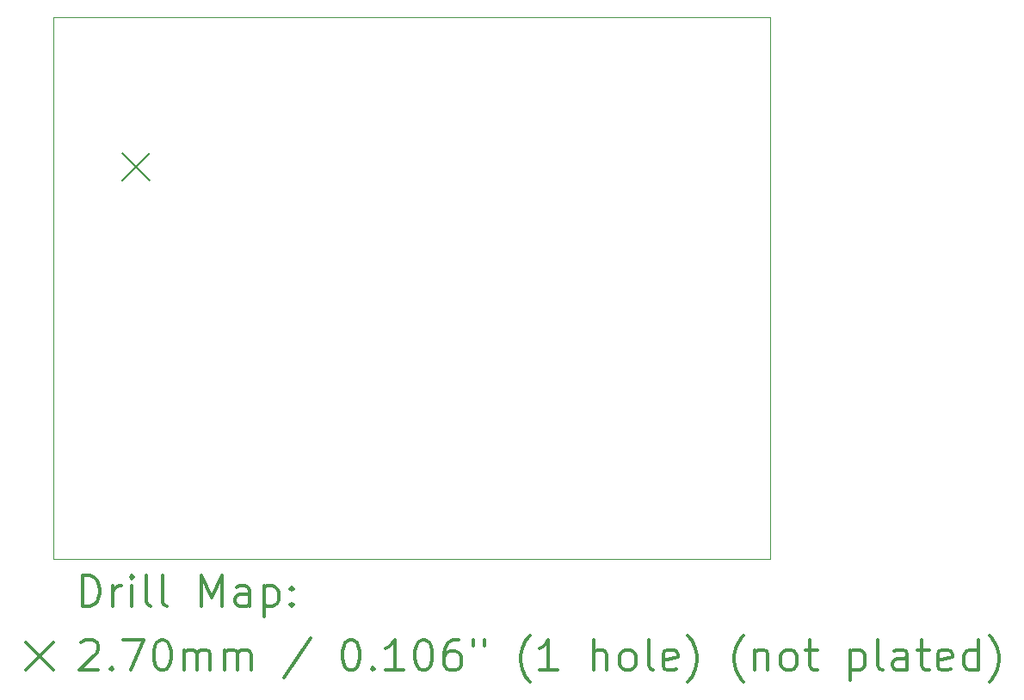
<source format=gbr>
%FSLAX45Y45*%
G04 Gerber Fmt 4.5, Leading zero omitted, Abs format (unit mm)*
G04 Created by KiCad (PCBNEW 5.1.8-5.1.8) date 2023-07-26 00:19:24*
%MOMM*%
%LPD*%
G01*
G04 APERTURE LIST*
%TA.AperFunction,Profile*%
%ADD10C,0.050000*%
%TD*%
%ADD11C,0.200000*%
%ADD12C,0.300000*%
G04 APERTURE END LIST*
D10*
X2540000Y-7874000D02*
X2540000Y-2540000D01*
X9588500Y-7874000D02*
X2540000Y-7874000D01*
X9588500Y-2540000D02*
X9588500Y-7874000D01*
X2540000Y-2540000D02*
X9588500Y-2540000D01*
D11*
X3217800Y-3883500D02*
X3487800Y-4153500D01*
X3487800Y-3883500D02*
X3217800Y-4153500D01*
D12*
X2823928Y-8342214D02*
X2823928Y-8042214D01*
X2895357Y-8042214D01*
X2938214Y-8056500D01*
X2966786Y-8085071D01*
X2981071Y-8113643D01*
X2995357Y-8170786D01*
X2995357Y-8213643D01*
X2981071Y-8270786D01*
X2966786Y-8299357D01*
X2938214Y-8327929D01*
X2895357Y-8342214D01*
X2823928Y-8342214D01*
X3123928Y-8342214D02*
X3123928Y-8142214D01*
X3123928Y-8199357D02*
X3138214Y-8170786D01*
X3152500Y-8156500D01*
X3181071Y-8142214D01*
X3209643Y-8142214D01*
X3309643Y-8342214D02*
X3309643Y-8142214D01*
X3309643Y-8042214D02*
X3295357Y-8056500D01*
X3309643Y-8070786D01*
X3323928Y-8056500D01*
X3309643Y-8042214D01*
X3309643Y-8070786D01*
X3495357Y-8342214D02*
X3466786Y-8327929D01*
X3452500Y-8299357D01*
X3452500Y-8042214D01*
X3652500Y-8342214D02*
X3623928Y-8327929D01*
X3609643Y-8299357D01*
X3609643Y-8042214D01*
X3995357Y-8342214D02*
X3995357Y-8042214D01*
X4095357Y-8256500D01*
X4195357Y-8042214D01*
X4195357Y-8342214D01*
X4466786Y-8342214D02*
X4466786Y-8185071D01*
X4452500Y-8156500D01*
X4423928Y-8142214D01*
X4366786Y-8142214D01*
X4338214Y-8156500D01*
X4466786Y-8327929D02*
X4438214Y-8342214D01*
X4366786Y-8342214D01*
X4338214Y-8327929D01*
X4323928Y-8299357D01*
X4323928Y-8270786D01*
X4338214Y-8242214D01*
X4366786Y-8227929D01*
X4438214Y-8227929D01*
X4466786Y-8213643D01*
X4609643Y-8142214D02*
X4609643Y-8442214D01*
X4609643Y-8156500D02*
X4638214Y-8142214D01*
X4695357Y-8142214D01*
X4723928Y-8156500D01*
X4738214Y-8170786D01*
X4752500Y-8199357D01*
X4752500Y-8285071D01*
X4738214Y-8313643D01*
X4723928Y-8327929D01*
X4695357Y-8342214D01*
X4638214Y-8342214D01*
X4609643Y-8327929D01*
X4881071Y-8313643D02*
X4895357Y-8327929D01*
X4881071Y-8342214D01*
X4866786Y-8327929D01*
X4881071Y-8313643D01*
X4881071Y-8342214D01*
X4881071Y-8156500D02*
X4895357Y-8170786D01*
X4881071Y-8185071D01*
X4866786Y-8170786D01*
X4881071Y-8156500D01*
X4881071Y-8185071D01*
X2267500Y-8701500D02*
X2537500Y-8971500D01*
X2537500Y-8701500D02*
X2267500Y-8971500D01*
X2809643Y-8700786D02*
X2823928Y-8686500D01*
X2852500Y-8672214D01*
X2923928Y-8672214D01*
X2952500Y-8686500D01*
X2966786Y-8700786D01*
X2981071Y-8729357D01*
X2981071Y-8757929D01*
X2966786Y-8800786D01*
X2795357Y-8972214D01*
X2981071Y-8972214D01*
X3109643Y-8943643D02*
X3123928Y-8957929D01*
X3109643Y-8972214D01*
X3095357Y-8957929D01*
X3109643Y-8943643D01*
X3109643Y-8972214D01*
X3223928Y-8672214D02*
X3423928Y-8672214D01*
X3295357Y-8972214D01*
X3595357Y-8672214D02*
X3623928Y-8672214D01*
X3652500Y-8686500D01*
X3666786Y-8700786D01*
X3681071Y-8729357D01*
X3695357Y-8786500D01*
X3695357Y-8857929D01*
X3681071Y-8915072D01*
X3666786Y-8943643D01*
X3652500Y-8957929D01*
X3623928Y-8972214D01*
X3595357Y-8972214D01*
X3566786Y-8957929D01*
X3552500Y-8943643D01*
X3538214Y-8915072D01*
X3523928Y-8857929D01*
X3523928Y-8786500D01*
X3538214Y-8729357D01*
X3552500Y-8700786D01*
X3566786Y-8686500D01*
X3595357Y-8672214D01*
X3823928Y-8972214D02*
X3823928Y-8772214D01*
X3823928Y-8800786D02*
X3838214Y-8786500D01*
X3866786Y-8772214D01*
X3909643Y-8772214D01*
X3938214Y-8786500D01*
X3952500Y-8815072D01*
X3952500Y-8972214D01*
X3952500Y-8815072D02*
X3966786Y-8786500D01*
X3995357Y-8772214D01*
X4038214Y-8772214D01*
X4066786Y-8786500D01*
X4081071Y-8815072D01*
X4081071Y-8972214D01*
X4223928Y-8972214D02*
X4223928Y-8772214D01*
X4223928Y-8800786D02*
X4238214Y-8786500D01*
X4266786Y-8772214D01*
X4309643Y-8772214D01*
X4338214Y-8786500D01*
X4352500Y-8815072D01*
X4352500Y-8972214D01*
X4352500Y-8815072D02*
X4366786Y-8786500D01*
X4395357Y-8772214D01*
X4438214Y-8772214D01*
X4466786Y-8786500D01*
X4481071Y-8815072D01*
X4481071Y-8972214D01*
X5066786Y-8657929D02*
X4809643Y-9043643D01*
X5452500Y-8672214D02*
X5481071Y-8672214D01*
X5509643Y-8686500D01*
X5523928Y-8700786D01*
X5538214Y-8729357D01*
X5552500Y-8786500D01*
X5552500Y-8857929D01*
X5538214Y-8915072D01*
X5523928Y-8943643D01*
X5509643Y-8957929D01*
X5481071Y-8972214D01*
X5452500Y-8972214D01*
X5423928Y-8957929D01*
X5409643Y-8943643D01*
X5395357Y-8915072D01*
X5381071Y-8857929D01*
X5381071Y-8786500D01*
X5395357Y-8729357D01*
X5409643Y-8700786D01*
X5423928Y-8686500D01*
X5452500Y-8672214D01*
X5681071Y-8943643D02*
X5695357Y-8957929D01*
X5681071Y-8972214D01*
X5666786Y-8957929D01*
X5681071Y-8943643D01*
X5681071Y-8972214D01*
X5981071Y-8972214D02*
X5809643Y-8972214D01*
X5895357Y-8972214D02*
X5895357Y-8672214D01*
X5866786Y-8715072D01*
X5838214Y-8743643D01*
X5809643Y-8757929D01*
X6166786Y-8672214D02*
X6195357Y-8672214D01*
X6223928Y-8686500D01*
X6238214Y-8700786D01*
X6252500Y-8729357D01*
X6266786Y-8786500D01*
X6266786Y-8857929D01*
X6252500Y-8915072D01*
X6238214Y-8943643D01*
X6223928Y-8957929D01*
X6195357Y-8972214D01*
X6166786Y-8972214D01*
X6138214Y-8957929D01*
X6123928Y-8943643D01*
X6109643Y-8915072D01*
X6095357Y-8857929D01*
X6095357Y-8786500D01*
X6109643Y-8729357D01*
X6123928Y-8700786D01*
X6138214Y-8686500D01*
X6166786Y-8672214D01*
X6523928Y-8672214D02*
X6466786Y-8672214D01*
X6438214Y-8686500D01*
X6423928Y-8700786D01*
X6395357Y-8743643D01*
X6381071Y-8800786D01*
X6381071Y-8915072D01*
X6395357Y-8943643D01*
X6409643Y-8957929D01*
X6438214Y-8972214D01*
X6495357Y-8972214D01*
X6523928Y-8957929D01*
X6538214Y-8943643D01*
X6552500Y-8915072D01*
X6552500Y-8843643D01*
X6538214Y-8815072D01*
X6523928Y-8800786D01*
X6495357Y-8786500D01*
X6438214Y-8786500D01*
X6409643Y-8800786D01*
X6395357Y-8815072D01*
X6381071Y-8843643D01*
X6666786Y-8672214D02*
X6666786Y-8729357D01*
X6781071Y-8672214D02*
X6781071Y-8729357D01*
X7223928Y-9086500D02*
X7209643Y-9072214D01*
X7181071Y-9029357D01*
X7166786Y-9000786D01*
X7152500Y-8957929D01*
X7138214Y-8886500D01*
X7138214Y-8829357D01*
X7152500Y-8757929D01*
X7166786Y-8715072D01*
X7181071Y-8686500D01*
X7209643Y-8643643D01*
X7223928Y-8629357D01*
X7495357Y-8972214D02*
X7323928Y-8972214D01*
X7409643Y-8972214D02*
X7409643Y-8672214D01*
X7381071Y-8715072D01*
X7352500Y-8743643D01*
X7323928Y-8757929D01*
X7852500Y-8972214D02*
X7852500Y-8672214D01*
X7981071Y-8972214D02*
X7981071Y-8815072D01*
X7966786Y-8786500D01*
X7938214Y-8772214D01*
X7895357Y-8772214D01*
X7866786Y-8786500D01*
X7852500Y-8800786D01*
X8166786Y-8972214D02*
X8138214Y-8957929D01*
X8123928Y-8943643D01*
X8109643Y-8915072D01*
X8109643Y-8829357D01*
X8123928Y-8800786D01*
X8138214Y-8786500D01*
X8166786Y-8772214D01*
X8209643Y-8772214D01*
X8238214Y-8786500D01*
X8252500Y-8800786D01*
X8266786Y-8829357D01*
X8266786Y-8915072D01*
X8252500Y-8943643D01*
X8238214Y-8957929D01*
X8209643Y-8972214D01*
X8166786Y-8972214D01*
X8438214Y-8972214D02*
X8409643Y-8957929D01*
X8395357Y-8929357D01*
X8395357Y-8672214D01*
X8666786Y-8957929D02*
X8638214Y-8972214D01*
X8581071Y-8972214D01*
X8552500Y-8957929D01*
X8538214Y-8929357D01*
X8538214Y-8815072D01*
X8552500Y-8786500D01*
X8581071Y-8772214D01*
X8638214Y-8772214D01*
X8666786Y-8786500D01*
X8681071Y-8815072D01*
X8681071Y-8843643D01*
X8538214Y-8872214D01*
X8781071Y-9086500D02*
X8795357Y-9072214D01*
X8823928Y-9029357D01*
X8838214Y-9000786D01*
X8852500Y-8957929D01*
X8866786Y-8886500D01*
X8866786Y-8829357D01*
X8852500Y-8757929D01*
X8838214Y-8715072D01*
X8823928Y-8686500D01*
X8795357Y-8643643D01*
X8781071Y-8629357D01*
X9323928Y-9086500D02*
X9309643Y-9072214D01*
X9281071Y-9029357D01*
X9266786Y-9000786D01*
X9252500Y-8957929D01*
X9238214Y-8886500D01*
X9238214Y-8829357D01*
X9252500Y-8757929D01*
X9266786Y-8715072D01*
X9281071Y-8686500D01*
X9309643Y-8643643D01*
X9323928Y-8629357D01*
X9438214Y-8772214D02*
X9438214Y-8972214D01*
X9438214Y-8800786D02*
X9452500Y-8786500D01*
X9481071Y-8772214D01*
X9523928Y-8772214D01*
X9552500Y-8786500D01*
X9566786Y-8815072D01*
X9566786Y-8972214D01*
X9752500Y-8972214D02*
X9723928Y-8957929D01*
X9709643Y-8943643D01*
X9695357Y-8915072D01*
X9695357Y-8829357D01*
X9709643Y-8800786D01*
X9723928Y-8786500D01*
X9752500Y-8772214D01*
X9795357Y-8772214D01*
X9823928Y-8786500D01*
X9838214Y-8800786D01*
X9852500Y-8829357D01*
X9852500Y-8915072D01*
X9838214Y-8943643D01*
X9823928Y-8957929D01*
X9795357Y-8972214D01*
X9752500Y-8972214D01*
X9938214Y-8772214D02*
X10052500Y-8772214D01*
X9981071Y-8672214D02*
X9981071Y-8929357D01*
X9995357Y-8957929D01*
X10023928Y-8972214D01*
X10052500Y-8972214D01*
X10381071Y-8772214D02*
X10381071Y-9072214D01*
X10381071Y-8786500D02*
X10409643Y-8772214D01*
X10466786Y-8772214D01*
X10495357Y-8786500D01*
X10509643Y-8800786D01*
X10523928Y-8829357D01*
X10523928Y-8915072D01*
X10509643Y-8943643D01*
X10495357Y-8957929D01*
X10466786Y-8972214D01*
X10409643Y-8972214D01*
X10381071Y-8957929D01*
X10695357Y-8972214D02*
X10666786Y-8957929D01*
X10652500Y-8929357D01*
X10652500Y-8672214D01*
X10938214Y-8972214D02*
X10938214Y-8815072D01*
X10923928Y-8786500D01*
X10895357Y-8772214D01*
X10838214Y-8772214D01*
X10809643Y-8786500D01*
X10938214Y-8957929D02*
X10909643Y-8972214D01*
X10838214Y-8972214D01*
X10809643Y-8957929D01*
X10795357Y-8929357D01*
X10795357Y-8900786D01*
X10809643Y-8872214D01*
X10838214Y-8857929D01*
X10909643Y-8857929D01*
X10938214Y-8843643D01*
X11038214Y-8772214D02*
X11152500Y-8772214D01*
X11081071Y-8672214D02*
X11081071Y-8929357D01*
X11095357Y-8957929D01*
X11123928Y-8972214D01*
X11152500Y-8972214D01*
X11366786Y-8957929D02*
X11338214Y-8972214D01*
X11281071Y-8972214D01*
X11252500Y-8957929D01*
X11238214Y-8929357D01*
X11238214Y-8815072D01*
X11252500Y-8786500D01*
X11281071Y-8772214D01*
X11338214Y-8772214D01*
X11366786Y-8786500D01*
X11381071Y-8815072D01*
X11381071Y-8843643D01*
X11238214Y-8872214D01*
X11638214Y-8972214D02*
X11638214Y-8672214D01*
X11638214Y-8957929D02*
X11609643Y-8972214D01*
X11552500Y-8972214D01*
X11523928Y-8957929D01*
X11509643Y-8943643D01*
X11495357Y-8915072D01*
X11495357Y-8829357D01*
X11509643Y-8800786D01*
X11523928Y-8786500D01*
X11552500Y-8772214D01*
X11609643Y-8772214D01*
X11638214Y-8786500D01*
X11752500Y-9086500D02*
X11766786Y-9072214D01*
X11795357Y-9029357D01*
X11809643Y-9000786D01*
X11823928Y-8957929D01*
X11838214Y-8886500D01*
X11838214Y-8829357D01*
X11823928Y-8757929D01*
X11809643Y-8715072D01*
X11795357Y-8686500D01*
X11766786Y-8643643D01*
X11752500Y-8629357D01*
M02*

</source>
